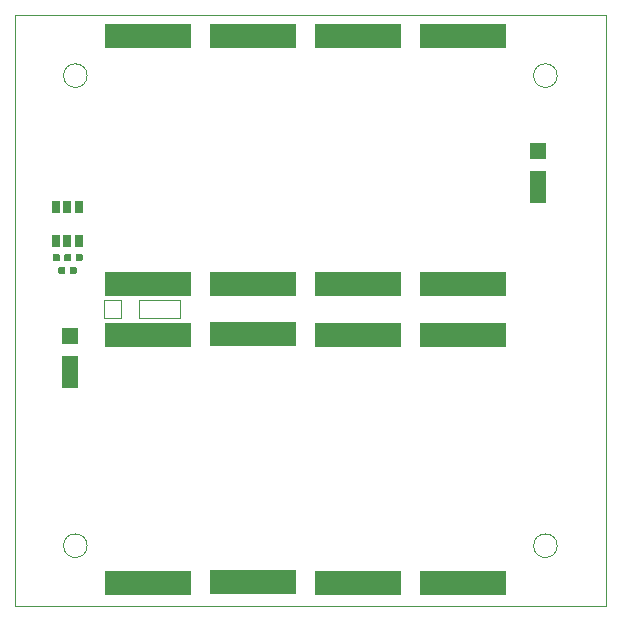
<source format=gbr>
%TF.GenerationSoftware,KiCad,Pcbnew,5.0.2-bee76a0~70~ubuntu18.04.1*%
%TF.CreationDate,2020-02-29T17:11:30-08:00*%
%TF.ProjectId,SolarCell+Y,536f6c61-7243-4656-9c6c-2b592e6b6963,rev?*%
%TF.SameCoordinates,Original*%
%TF.FileFunction,Paste,Top*%
%TF.FilePolarity,Positive*%
%FSLAX46Y46*%
G04 Gerber Fmt 4.6, Leading zero omitted, Abs format (unit mm)*
G04 Created by KiCad (PCBNEW 5.0.2-bee76a0~70~ubuntu18.04.1) date Sat 29 Feb 2020 05:11:30 PM PST*
%MOMM*%
%LPD*%
G01*
G04 APERTURE LIST*
%ADD10C,0.050000*%
%ADD11R,7.400000X2.000000*%
%ADD12R,1.400000X1.400000*%
%ADD13R,1.400000X2.700000*%
%ADD14R,0.700000X1.000000*%
%ADD15C,0.100000*%
%ADD16C,0.590000*%
G04 APERTURE END LIST*
D10*
X160500000Y-65600000D02*
X160500000Y-64100000D01*
X164000000Y-65600000D02*
X160500000Y-65600000D01*
X164000000Y-64100000D02*
X164000000Y-65600000D01*
X160500000Y-64100000D02*
X164000000Y-64100000D01*
X159000000Y-64100000D02*
X157500000Y-64100000D01*
X159000000Y-65650000D02*
X159000000Y-64100000D01*
X157500000Y-65650000D02*
X159000000Y-65650000D01*
X157500000Y-64100000D02*
X157500000Y-65650000D01*
X200000000Y-40000000D02*
X150000000Y-40000000D01*
X150000000Y-90000000D02*
X200000000Y-90000000D01*
X150000000Y-40000000D02*
X150000000Y-90000000D01*
X195900000Y-45100000D02*
G75*
G03X195900000Y-45100000I-1000000J0D01*
G01*
X156100000Y-84900000D02*
G75*
G03X156100000Y-84900000I-1000000J0D01*
G01*
X156100000Y-45100000D02*
G75*
G03X156100000Y-45100000I-1000000J0D01*
G01*
X195900000Y-84900000D02*
G75*
G03X195900000Y-84900000I-1000000J0D01*
G01*
X200000000Y-90000000D02*
X200000000Y-40000000D01*
D11*
X170180000Y-62738000D03*
X170180000Y-41738000D03*
X161290000Y-67056000D03*
X161290000Y-88056000D03*
X170180000Y-67011000D03*
X170180000Y-88011000D03*
X179070000Y-41738000D03*
X179070000Y-62738000D03*
X187960000Y-41738000D03*
X187960000Y-62738000D03*
X179070000Y-88056000D03*
X179070000Y-67056000D03*
X187960000Y-88056000D03*
X187960000Y-67056000D03*
D12*
X154686000Y-67111000D03*
D13*
X154686000Y-70161000D03*
D11*
X161290000Y-62738000D03*
X161290000Y-41738000D03*
D14*
X153482000Y-56208000D03*
X154432000Y-56208000D03*
X155382000Y-56208000D03*
X155382000Y-59108000D03*
X154432000Y-59108000D03*
X153482000Y-59108000D03*
D15*
G36*
X155586958Y-60183510D02*
X155601276Y-60185634D01*
X155615317Y-60189151D01*
X155628946Y-60194028D01*
X155642031Y-60200217D01*
X155654447Y-60207658D01*
X155666073Y-60216281D01*
X155676798Y-60226002D01*
X155686519Y-60236727D01*
X155695142Y-60248353D01*
X155702583Y-60260769D01*
X155708772Y-60273854D01*
X155713649Y-60287483D01*
X155717166Y-60301524D01*
X155719290Y-60315842D01*
X155720000Y-60330300D01*
X155720000Y-60675300D01*
X155719290Y-60689758D01*
X155717166Y-60704076D01*
X155713649Y-60718117D01*
X155708772Y-60731746D01*
X155702583Y-60744831D01*
X155695142Y-60757247D01*
X155686519Y-60768873D01*
X155676798Y-60779598D01*
X155666073Y-60789319D01*
X155654447Y-60797942D01*
X155642031Y-60805383D01*
X155628946Y-60811572D01*
X155615317Y-60816449D01*
X155601276Y-60819966D01*
X155586958Y-60822090D01*
X155572500Y-60822800D01*
X155277500Y-60822800D01*
X155263042Y-60822090D01*
X155248724Y-60819966D01*
X155234683Y-60816449D01*
X155221054Y-60811572D01*
X155207969Y-60805383D01*
X155195553Y-60797942D01*
X155183927Y-60789319D01*
X155173202Y-60779598D01*
X155163481Y-60768873D01*
X155154858Y-60757247D01*
X155147417Y-60744831D01*
X155141228Y-60731746D01*
X155136351Y-60718117D01*
X155132834Y-60704076D01*
X155130710Y-60689758D01*
X155130000Y-60675300D01*
X155130000Y-60330300D01*
X155130710Y-60315842D01*
X155132834Y-60301524D01*
X155136351Y-60287483D01*
X155141228Y-60273854D01*
X155147417Y-60260769D01*
X155154858Y-60248353D01*
X155163481Y-60236727D01*
X155173202Y-60226002D01*
X155183927Y-60216281D01*
X155195553Y-60207658D01*
X155207969Y-60200217D01*
X155221054Y-60194028D01*
X155234683Y-60189151D01*
X155248724Y-60185634D01*
X155263042Y-60183510D01*
X155277500Y-60182800D01*
X155572500Y-60182800D01*
X155586958Y-60183510D01*
X155586958Y-60183510D01*
G37*
D16*
X155425000Y-60502800D03*
D15*
G36*
X154616958Y-60183510D02*
X154631276Y-60185634D01*
X154645317Y-60189151D01*
X154658946Y-60194028D01*
X154672031Y-60200217D01*
X154684447Y-60207658D01*
X154696073Y-60216281D01*
X154706798Y-60226002D01*
X154716519Y-60236727D01*
X154725142Y-60248353D01*
X154732583Y-60260769D01*
X154738772Y-60273854D01*
X154743649Y-60287483D01*
X154747166Y-60301524D01*
X154749290Y-60315842D01*
X154750000Y-60330300D01*
X154750000Y-60675300D01*
X154749290Y-60689758D01*
X154747166Y-60704076D01*
X154743649Y-60718117D01*
X154738772Y-60731746D01*
X154732583Y-60744831D01*
X154725142Y-60757247D01*
X154716519Y-60768873D01*
X154706798Y-60779598D01*
X154696073Y-60789319D01*
X154684447Y-60797942D01*
X154672031Y-60805383D01*
X154658946Y-60811572D01*
X154645317Y-60816449D01*
X154631276Y-60819966D01*
X154616958Y-60822090D01*
X154602500Y-60822800D01*
X154307500Y-60822800D01*
X154293042Y-60822090D01*
X154278724Y-60819966D01*
X154264683Y-60816449D01*
X154251054Y-60811572D01*
X154237969Y-60805383D01*
X154225553Y-60797942D01*
X154213927Y-60789319D01*
X154203202Y-60779598D01*
X154193481Y-60768873D01*
X154184858Y-60757247D01*
X154177417Y-60744831D01*
X154171228Y-60731746D01*
X154166351Y-60718117D01*
X154162834Y-60704076D01*
X154160710Y-60689758D01*
X154160000Y-60675300D01*
X154160000Y-60330300D01*
X154160710Y-60315842D01*
X154162834Y-60301524D01*
X154166351Y-60287483D01*
X154171228Y-60273854D01*
X154177417Y-60260769D01*
X154184858Y-60248353D01*
X154193481Y-60236727D01*
X154203202Y-60226002D01*
X154213927Y-60216281D01*
X154225553Y-60207658D01*
X154237969Y-60200217D01*
X154251054Y-60194028D01*
X154264683Y-60189151D01*
X154278724Y-60185634D01*
X154293042Y-60183510D01*
X154307500Y-60182800D01*
X154602500Y-60182800D01*
X154616958Y-60183510D01*
X154616958Y-60183510D01*
G37*
D16*
X154455000Y-60502800D03*
D15*
G36*
X154621758Y-60183510D02*
X154636076Y-60185634D01*
X154650117Y-60189151D01*
X154663746Y-60194028D01*
X154676831Y-60200217D01*
X154689247Y-60207658D01*
X154700873Y-60216281D01*
X154711598Y-60226002D01*
X154721319Y-60236727D01*
X154729942Y-60248353D01*
X154737383Y-60260769D01*
X154743572Y-60273854D01*
X154748449Y-60287483D01*
X154751966Y-60301524D01*
X154754090Y-60315842D01*
X154754800Y-60330300D01*
X154754800Y-60675300D01*
X154754090Y-60689758D01*
X154751966Y-60704076D01*
X154748449Y-60718117D01*
X154743572Y-60731746D01*
X154737383Y-60744831D01*
X154729942Y-60757247D01*
X154721319Y-60768873D01*
X154711598Y-60779598D01*
X154700873Y-60789319D01*
X154689247Y-60797942D01*
X154676831Y-60805383D01*
X154663746Y-60811572D01*
X154650117Y-60816449D01*
X154636076Y-60819966D01*
X154621758Y-60822090D01*
X154607300Y-60822800D01*
X154312300Y-60822800D01*
X154297842Y-60822090D01*
X154283524Y-60819966D01*
X154269483Y-60816449D01*
X154255854Y-60811572D01*
X154242769Y-60805383D01*
X154230353Y-60797942D01*
X154218727Y-60789319D01*
X154208002Y-60779598D01*
X154198281Y-60768873D01*
X154189658Y-60757247D01*
X154182217Y-60744831D01*
X154176028Y-60731746D01*
X154171151Y-60718117D01*
X154167634Y-60704076D01*
X154165510Y-60689758D01*
X154164800Y-60675300D01*
X154164800Y-60330300D01*
X154165510Y-60315842D01*
X154167634Y-60301524D01*
X154171151Y-60287483D01*
X154176028Y-60273854D01*
X154182217Y-60260769D01*
X154189658Y-60248353D01*
X154198281Y-60236727D01*
X154208002Y-60226002D01*
X154218727Y-60216281D01*
X154230353Y-60207658D01*
X154242769Y-60200217D01*
X154255854Y-60194028D01*
X154269483Y-60189151D01*
X154283524Y-60185634D01*
X154297842Y-60183510D01*
X154312300Y-60182800D01*
X154607300Y-60182800D01*
X154621758Y-60183510D01*
X154621758Y-60183510D01*
G37*
D16*
X154459800Y-60502800D03*
D15*
G36*
X153651758Y-60183510D02*
X153666076Y-60185634D01*
X153680117Y-60189151D01*
X153693746Y-60194028D01*
X153706831Y-60200217D01*
X153719247Y-60207658D01*
X153730873Y-60216281D01*
X153741598Y-60226002D01*
X153751319Y-60236727D01*
X153759942Y-60248353D01*
X153767383Y-60260769D01*
X153773572Y-60273854D01*
X153778449Y-60287483D01*
X153781966Y-60301524D01*
X153784090Y-60315842D01*
X153784800Y-60330300D01*
X153784800Y-60675300D01*
X153784090Y-60689758D01*
X153781966Y-60704076D01*
X153778449Y-60718117D01*
X153773572Y-60731746D01*
X153767383Y-60744831D01*
X153759942Y-60757247D01*
X153751319Y-60768873D01*
X153741598Y-60779598D01*
X153730873Y-60789319D01*
X153719247Y-60797942D01*
X153706831Y-60805383D01*
X153693746Y-60811572D01*
X153680117Y-60816449D01*
X153666076Y-60819966D01*
X153651758Y-60822090D01*
X153637300Y-60822800D01*
X153342300Y-60822800D01*
X153327842Y-60822090D01*
X153313524Y-60819966D01*
X153299483Y-60816449D01*
X153285854Y-60811572D01*
X153272769Y-60805383D01*
X153260353Y-60797942D01*
X153248727Y-60789319D01*
X153238002Y-60779598D01*
X153228281Y-60768873D01*
X153219658Y-60757247D01*
X153212217Y-60744831D01*
X153206028Y-60731746D01*
X153201151Y-60718117D01*
X153197634Y-60704076D01*
X153195510Y-60689758D01*
X153194800Y-60675300D01*
X153194800Y-60330300D01*
X153195510Y-60315842D01*
X153197634Y-60301524D01*
X153201151Y-60287483D01*
X153206028Y-60273854D01*
X153212217Y-60260769D01*
X153219658Y-60248353D01*
X153228281Y-60236727D01*
X153238002Y-60226002D01*
X153248727Y-60216281D01*
X153260353Y-60207658D01*
X153272769Y-60200217D01*
X153285854Y-60194028D01*
X153299483Y-60189151D01*
X153313524Y-60185634D01*
X153327842Y-60183510D01*
X153342300Y-60182800D01*
X153637300Y-60182800D01*
X153651758Y-60183510D01*
X153651758Y-60183510D01*
G37*
D16*
X153489800Y-60502800D03*
D15*
G36*
X155078958Y-61275710D02*
X155093276Y-61277834D01*
X155107317Y-61281351D01*
X155120946Y-61286228D01*
X155134031Y-61292417D01*
X155146447Y-61299858D01*
X155158073Y-61308481D01*
X155168798Y-61318202D01*
X155178519Y-61328927D01*
X155187142Y-61340553D01*
X155194583Y-61352969D01*
X155200772Y-61366054D01*
X155205649Y-61379683D01*
X155209166Y-61393724D01*
X155211290Y-61408042D01*
X155212000Y-61422500D01*
X155212000Y-61767500D01*
X155211290Y-61781958D01*
X155209166Y-61796276D01*
X155205649Y-61810317D01*
X155200772Y-61823946D01*
X155194583Y-61837031D01*
X155187142Y-61849447D01*
X155178519Y-61861073D01*
X155168798Y-61871798D01*
X155158073Y-61881519D01*
X155146447Y-61890142D01*
X155134031Y-61897583D01*
X155120946Y-61903772D01*
X155107317Y-61908649D01*
X155093276Y-61912166D01*
X155078958Y-61914290D01*
X155064500Y-61915000D01*
X154769500Y-61915000D01*
X154755042Y-61914290D01*
X154740724Y-61912166D01*
X154726683Y-61908649D01*
X154713054Y-61903772D01*
X154699969Y-61897583D01*
X154687553Y-61890142D01*
X154675927Y-61881519D01*
X154665202Y-61871798D01*
X154655481Y-61861073D01*
X154646858Y-61849447D01*
X154639417Y-61837031D01*
X154633228Y-61823946D01*
X154628351Y-61810317D01*
X154624834Y-61796276D01*
X154622710Y-61781958D01*
X154622000Y-61767500D01*
X154622000Y-61422500D01*
X154622710Y-61408042D01*
X154624834Y-61393724D01*
X154628351Y-61379683D01*
X154633228Y-61366054D01*
X154639417Y-61352969D01*
X154646858Y-61340553D01*
X154655481Y-61328927D01*
X154665202Y-61318202D01*
X154675927Y-61308481D01*
X154687553Y-61299858D01*
X154699969Y-61292417D01*
X154713054Y-61286228D01*
X154726683Y-61281351D01*
X154740724Y-61277834D01*
X154755042Y-61275710D01*
X154769500Y-61275000D01*
X155064500Y-61275000D01*
X155078958Y-61275710D01*
X155078958Y-61275710D01*
G37*
D16*
X154917000Y-61595000D03*
D15*
G36*
X154108958Y-61275710D02*
X154123276Y-61277834D01*
X154137317Y-61281351D01*
X154150946Y-61286228D01*
X154164031Y-61292417D01*
X154176447Y-61299858D01*
X154188073Y-61308481D01*
X154198798Y-61318202D01*
X154208519Y-61328927D01*
X154217142Y-61340553D01*
X154224583Y-61352969D01*
X154230772Y-61366054D01*
X154235649Y-61379683D01*
X154239166Y-61393724D01*
X154241290Y-61408042D01*
X154242000Y-61422500D01*
X154242000Y-61767500D01*
X154241290Y-61781958D01*
X154239166Y-61796276D01*
X154235649Y-61810317D01*
X154230772Y-61823946D01*
X154224583Y-61837031D01*
X154217142Y-61849447D01*
X154208519Y-61861073D01*
X154198798Y-61871798D01*
X154188073Y-61881519D01*
X154176447Y-61890142D01*
X154164031Y-61897583D01*
X154150946Y-61903772D01*
X154137317Y-61908649D01*
X154123276Y-61912166D01*
X154108958Y-61914290D01*
X154094500Y-61915000D01*
X153799500Y-61915000D01*
X153785042Y-61914290D01*
X153770724Y-61912166D01*
X153756683Y-61908649D01*
X153743054Y-61903772D01*
X153729969Y-61897583D01*
X153717553Y-61890142D01*
X153705927Y-61881519D01*
X153695202Y-61871798D01*
X153685481Y-61861073D01*
X153676858Y-61849447D01*
X153669417Y-61837031D01*
X153663228Y-61823946D01*
X153658351Y-61810317D01*
X153654834Y-61796276D01*
X153652710Y-61781958D01*
X153652000Y-61767500D01*
X153652000Y-61422500D01*
X153652710Y-61408042D01*
X153654834Y-61393724D01*
X153658351Y-61379683D01*
X153663228Y-61366054D01*
X153669417Y-61352969D01*
X153676858Y-61340553D01*
X153685481Y-61328927D01*
X153695202Y-61318202D01*
X153705927Y-61308481D01*
X153717553Y-61299858D01*
X153729969Y-61292417D01*
X153743054Y-61286228D01*
X153756683Y-61281351D01*
X153770724Y-61277834D01*
X153785042Y-61275710D01*
X153799500Y-61275000D01*
X154094500Y-61275000D01*
X154108958Y-61275710D01*
X154108958Y-61275710D01*
G37*
D16*
X153947000Y-61595000D03*
D12*
X194310000Y-51490000D03*
D13*
X194310000Y-54540000D03*
M02*

</source>
